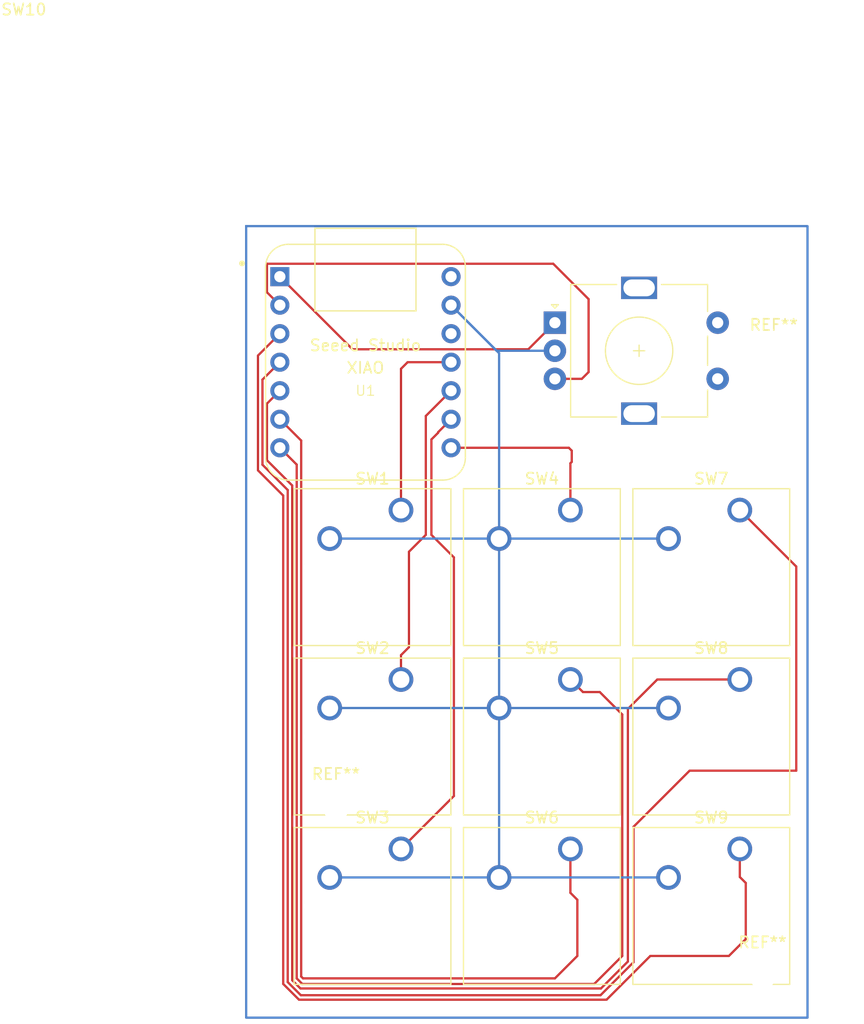
<source format=kicad_pcb>
(kicad_pcb (version 20240108) (generator "pcbnew") (generator_version "8.0")
  (layers (0 "F.Cu" signal) (31 "B.Cu" signal) (34 "B.Paste" user) (35 "F.Paste" user) (36 "B.SilkS" user "B.Silkscreen") (37 "F.SilkS" user "F.Silkscreen") (38 "B.Mask" user) (39 "F.Mask" user) (44 "Edge.Cuts" user))
  (net 0 "")
  (net 1 "Net-(SW1-Pad2)")
  (net 2 "Net-(U1-PA6_A10_D10_MOSI)")
  (net 3 "Net-(U1-PA5_A9_D9_MISO)")
  (net 4 "Net-(U1-PA7_A8_D8_SCK)")
  (net 7 "Net-(U1-PA9_A5_D5_SCL)")
  (net 8 "Net-(U1-PA10_A2_D2)")
  (net 9 "Net-(U1-PA11_A3_D3)")
  (net 10 "Net-(U1-PB08_A6_D6_TX)")
  (net 11 "Net-(U1-PB09_A7_D7_RX)")
  (net 12 "Net-(U1-PA8_A4_D4_SDA)")
  (net 13 "Net-(U1-PA02_A0_D0)")
  (net 14 "Net-(U1-PA4_A1_D1)")
  (footprint "Button_Switch_Keyboard:SW_Cherry_MX_1.00u_PCB" (layer "F.Cu") (at 122.79 75.29)
    (property "Reference" "SW1" (at -2.54 -2.794 0) (layer "F.SilkS"))
    (property "Value" "SW_Push")
    (fp_line (start -9.525 -1.905) (end 4.445 -1.905) (stroke (width 0.12)) (layer "F.SilkS"))
    (fp_line (start -9.525 12.065) (end -9.525 -1.905) (stroke (width 0.12)) (layer "F.SilkS"))
    (fp_line (start 4.445 -1.905) (end 4.445 12.065) (stroke (width 0.12)) (layer "F.SilkS"))
    (fp_line (start 4.445 12.065) (end -9.525 12.065) (stroke (width 0.12)) (layer "F.SilkS"))
    (pad "" np_thru_hole circle (at -7.62 5.08) (size 1.7 1.7) (drill 1.7) (layers "*.Cu" "*.Mask"))
    (pad "" np_thru_hole circle (at -2.54 5.08) (size 4 4) (drill 4) (layers "*.Cu" "*.Mask"))
    (pad "" np_thru_hole circle (at 2.54 5.08) (size 1.7 1.7) (drill 1.7) (layers "*.Cu" "*.Mask"))
    (pad "1" thru_hole circle (at 0 0) (size 2.2 2.2) (drill 1.5) (layers "*.Cu" "*.Mask") (net 2 "Net-(U1-PA6_A10_D10_MOSI)"))
    (pad "2" thru_hole circle (at -6.35 2.54) (size 2.2 2.2) (drill 1.5) (layers "*.Cu" "*.Mask") (net 1 "Net-(SW1-Pad2)"))
  )
  (footprint "Button_Switch_Keyboard:SW_Cherry_MX_1.00u_PCB" (layer "F.Cu") (at 152.97 105.47)
    (property "Reference" "SW9" (at -2.54 -2.794 0) (layer "F.SilkS"))
    (property "Value" "SW_Push")
    (fp_line (start -9.525 -1.905) (end 4.445 -1.905) (stroke (width 0.12)) (layer "F.SilkS"))
    (fp_line (start -9.525 12.065) (end -9.525 -1.905) (stroke (width 0.12)) (layer "F.SilkS"))
    (fp_line (start 4.445 -1.905) (end 4.445 12.065) (stroke (width 0.12)) (layer "F.SilkS"))
    (fp_line (start 4.445 12.065) (end -9.525 12.065) (stroke (width 0.12)) (layer "F.SilkS"))
    (pad "" np_thru_hole circle (at -7.62 5.08) (size 1.7 1.7) (drill 1.7) (layers "*.Cu" "*.Mask"))
    (pad "" np_thru_hole circle (at -2.54 5.08) (size 4 4) (drill 4) (layers "*.Cu" "*.Mask"))
    (pad "" np_thru_hole circle (at 2.54 5.08) (size 1.7 1.7) (drill 1.7) (layers "*.Cu" "*.Mask"))
    (pad "1" thru_hole circle (at 0 0) (size 2.2 2.2) (drill 1.5) (layers "*.Cu" "*.Mask") (net 8 "Net-(U1-PA10_A2_D2)"))
    (pad "2" thru_hole circle (at -6.35 2.54) (size 2.2 2.2) (drill 1.5) (layers "*.Cu" "*.Mask") (net 1 "Net-(SW1-Pad2)"))
  )
  (footprint "Button_Switch_Keyboard:SW_Cherry_MX_1.00u_PCB" (layer "F.Cu") (at 137.88 75.29)
    (property "Reference" "SW4" (at -2.54 -2.794 0) (layer "F.SilkS"))
    (property "Value" "SW_Push")
    (fp_line (start -9.525 -1.905) (end 4.445 -1.905) (stroke (width 0.12)) (layer "F.SilkS"))
    (fp_line (start -9.525 12.065) (end -9.525 -1.905) (stroke (width 0.12)) (layer "F.SilkS"))
    (fp_line (start 4.445 -1.905) (end 4.445 12.065) (stroke (width 0.12)) (layer "F.SilkS"))
    (fp_line (start 4.445 12.065) (end -9.525 12.065) (stroke (width 0.12)) (layer "F.SilkS"))
    (pad "" np_thru_hole circle (at -7.62 5.08) (size 1.7 1.7) (drill 1.7) (layers "*.Cu" "*.Mask"))
    (pad "" np_thru_hole circle (at -2.54 5.08) (size 4 4) (drill 4) (layers "*.Cu" "*.Mask"))
    (pad "" np_thru_hole circle (at 2.54 5.08) (size 1.7 1.7) (drill 1.7) (layers "*.Cu" "*.Mask"))
    (pad "1" thru_hole circle (at 0 0) (size 2.2 2.2) (drill 1.5) (layers "*.Cu" "*.Mask") (net 11 "Net-(U1-PB09_A7_D7_RX)"))
    (pad "2" thru_hole circle (at -6.35 2.54) (size 2.2 2.2) (drill 1.5) (layers "*.Cu" "*.Mask") (net 1 "Net-(SW1-Pad2)"))
  )
  (footprint "Button_Switch_Keyboard:SW_Cherry_MX_1.00u_PCB" (layer "F.Cu") (at 137.88 90.38)
    (property "Reference" "SW5" (at -2.54 -2.794 0) (layer "F.SilkS"))
    (property "Value" "SW_Push")
    (fp_line (start -9.525 -1.905) (end 4.445 -1.905) (stroke (width 0.12)) (layer "F.SilkS"))
    (fp_line (start -9.525 12.065) (end -9.525 -1.905) (stroke (width 0.12)) (layer "F.SilkS"))
    (fp_line (start 4.445 -1.905) (end 4.445 12.065) (stroke (width 0.12)) (layer "F.SilkS"))
    (fp_line (start 4.445 12.065) (end -9.525 12.065) (stroke (width 0.12)) (layer "F.SilkS"))
    (pad "" np_thru_hole circle (at -7.62 5.08) (size 1.7 1.7) (drill 1.7) (layers "*.Cu" "*.Mask"))
    (pad "" np_thru_hole circle (at -2.54 5.08) (size 4 4) (drill 4) (layers "*.Cu" "*.Mask"))
    (pad "" np_thru_hole circle (at 2.54 5.08) (size 1.7 1.7) (drill 1.7) (layers "*.Cu" "*.Mask"))
    (pad "1" thru_hole circle (at 0 0) (size 2.2 2.2) (drill 1.5) (layers "*.Cu" "*.Mask") (net 10 "Net-(U1-PB08_A6_D6_TX)"))
    (pad "2" thru_hole circle (at -6.35 2.54) (size 2.2 2.2) (drill 1.5) (layers "*.Cu" "*.Mask") (net 1 "Net-(SW1-Pad2)"))
  )
  (footprint "Seeed Studio XIAO Series Library:XIAO-Generic-Thruhole-14P-2.54-21X17.8MM" (layer "F.Cu") (at 119.625 62.12)
    (property "Reference" "U1" (at 0 2.54 0) (layer "F.SilkS") (effects (font (size 0.889 0.889) (thickness 0.1016))))
    (property "Value" "Seeed Studio XIAO SAMD21" (hide yes))
    (fp_line (start -8.9 -8.5) (end -8.9 8.5) (stroke (width 0.127)) (layer "F.SilkS"))
    (fp_line (start -6.9 10.5) (end 6.9 10.5) (stroke (width 0.127)) (layer "F.SilkS"))
    (fp_line (start -4.5 -11.92403) (end 4.5 -11.92403) (stroke (width 0.127)) (layer "F.SilkS"))
    (fp_line (start -4.5 -4.57073) (end -4.5 -11.92403) (stroke (width 0.127)) (layer "F.SilkS"))
    (fp_line (start 4.5 -11.92403) (end 4.5 -4.57073) (stroke (width 0.127)) (layer "F.SilkS"))
    (fp_line (start 4.5 -4.57073) (end -4.5 -4.57073) (stroke (width 0.127)) (layer "F.SilkS"))
    (fp_line (start 6.9 -10.49909) (end -6.9 -10.49909) (stroke (width 0.127)) (layer "F.SilkS"))
    (fp_line (start 8.9 8.5) (end 8.9 -8.5) (stroke (width 0.127)) (layer "F.SilkS"))
    (fp_arc (start -8.9 -8.5) (mid -8.301491 -9.901491) (end -6.9 -10.5) (stroke (width 0.12)) (layer "F.SilkS"))
    (fp_arc (start -6.9 10.5) (mid -8.301423 9.901423) (end -8.9 8.5) (stroke (width 0.12)) (layer "F.SilkS"))
    (fp_arc (start 6.9 -10.5) (mid 8.301492 -9.901492) (end 8.9 -8.5) (stroke (width 0.12)) (layer "F.SilkS"))
    (fp_arc (start 8.9 8.5) (mid 8.314214 9.914214) (end 6.9 10.5) (stroke (width 0.12)) (layer "F.SilkS"))
    (fp_circle (center -11 -8.8) (end -11 -9.054) (fill solid) (layer "F.SilkS"))
    (fp_poly (pts (xy -8.887715 -8.561705) (xy -8.884667 -8.610473) (xy -8.880603 -8.659494)) (stroke (width 0.0254)) (fill none) (layer "F.SilkS"))
    (fp_poly (pts (xy 8.889492 8.521574) (xy 8.887713 8.57085) (xy 8.884665 8.619618) (xy 8.880601 8.668639) (xy 8.875268 8.717407) (xy 8.868664 8.766175) (xy 8.861044 8.81469) (xy 8.852153 8.86295) (xy 8.842248 8.910955)) (stroke (width 0.0254)) (fill none) (layer "F.SilkS"))
    (fp_text user "Seeed Studio" (at 0 -1.5 0) (layer "F.SilkS"))
    (fp_text user "XIAO" (at 0 0.5 0) (layer "F.SilkS"))
    (pad "1" thru_hole rect (at -7.625 -7.62) (size 1.7 1.7) (drill 1) (layers "*.Cu" "*.Mask") (net 13 "Net-(U1-PA02_A0_D0)"))
    (pad "2" thru_hole circle (at -7.625 -5.08) (size 1.7 1.7) (drill 1) (layers "*.Cu" "*.Mask") (net 14 "Net-(U1-PA4_A1_D1)"))
    (pad "3" thru_hole circle (at -7.625 -2.54) (size 1.7 1.7) (drill 1) (layers "*.Cu" "*.Mask") (net 8 "Net-(U1-PA10_A2_D2)"))
    (pad "4" thru_hole circle (at -7.625 0) (size 1.7 1.7) (drill 1) (layers "*.Cu" "*.Mask") (net 9 "Net-(U1-PA11_A3_D3)"))
    (pad "5" thru_hole circle (at -7.625 2.54) (size 1.7 1.7) (drill 1) (layers "*.Cu" "*.Mask") (net 12 "Net-(U1-PA8_A4_D4_SDA)"))
    (pad "6" thru_hole circle (at -7.625 5.08 180) (size 1.7 1.7) (drill 1) (layers "*.Cu" "*.Mask") (net 7 "Net-(U1-PA9_A5_D5_SCL)"))
    (pad "7" thru_hole circle (at -7.625 7.62) (size 1.7 1.7) (drill 1) (layers "*.Cu" "*.Mask") (net 10 "Net-(U1-PB08_A6_D6_TX)"))
    (pad "8" thru_hole circle (at 7.625 7.62) (size 1.7 1.7) (drill 1) (layers "*.Cu" "*.Mask") (net 11 "Net-(U1-PB09_A7_D7_RX)"))
    (pad "9" thru_hole circle (at 7.625 5.08) (size 1.7 1.7) (drill 1) (layers "*.Cu" "*.Mask") (net 4 "Net-(U1-PA7_A8_D8_SCK)"))
    (pad "10" thru_hole circle (at 7.625 2.54) (size 1.7 1.7) (drill 1) (layers "*.Cu" "*.Mask") (net 3 "Net-(U1-PA5_A9_D9_MISO)"))
    (pad "11" thru_hole circle (at 7.625 0) (size 1.7 1.7) (drill 1) (layers "*.Cu" "*.Mask") (net 2 "Net-(U1-PA6_A10_D10_MOSI)"))
    (pad "12" thru_hole circle (at 7.625 -2.54) (size 1.7 1.7) (drill 1) (layers "*.Cu" "*.Mask"))
    (pad "13" thru_hole circle (at 7.625 -5.08) (size 1.7 1.7) (drill 1) (layers "*.Cu" "*.Mask") (net 1 "Net-(SW1-Pad2)"))
    (pad "14" thru_hole circle (at 7.625 -7.62) (size 1.7 1.7) (drill 1) (layers "*.Cu" "*.Mask"))
  )
  (footprint "Rotary_Encoder:RotaryEncoder_Alps_EC11E-Switch_Vertical_H20mm" (layer "F.Cu") (at 136.5 58.6)
    (property "Reference" "SW10" (at -47.304 -27.89253 0) (layer "F.SilkS"))
    (property "Value" "RotaryEncoder")
    (fp_line (start -0.3 -1.6) (end 0.3 -1.6) (stroke (width 0.12)) (layer "F.SilkS"))
    (fp_line (start 0 -1.3) (end -0.3 -1.6) (stroke (width 0.12)) (layer "F.SilkS"))
    (fp_line (start 0.3 -1.6) (end 0 -1.3) (stroke (width 0.12)) (layer "F.SilkS"))
    (fp_line (start 1.4 -3.4) (end 1.4 8.4) (stroke (width 0.12)) (layer "F.SilkS"))
    (fp_line (start 5.5 -3.4) (end 1.4 -3.4) (stroke (width 0.12)) (layer "F.SilkS"))
    (fp_line (start 5.5 8.4) (end 1.4 8.4) (stroke (width 0.12)) (layer "F.SilkS"))
    (fp_line (start 7 2.5) (end 8 2.5) (stroke (width 0.12)) (layer "F.SilkS"))
    (fp_line (start 7.5 2) (end 7.5 3) (stroke (width 0.12)) (layer "F.SilkS"))
    (fp_line (start 9.5 -3.4) (end 13.6 -3.4) (stroke (width 0.12)) (layer "F.SilkS"))
    (fp_line (start 13.6 -3.4) (end 13.6 -1) (stroke (width 0.12)) (layer "F.SilkS"))
    (fp_line (start 13.6 1.2) (end 13.6 3.8) (stroke (width 0.12)) (layer "F.SilkS"))
    (fp_line (start 13.6 6) (end 13.6 8.4) (stroke (width 0.12)) (layer "F.SilkS"))
    (fp_line (start 13.6 8.4) (end 9.5 8.4) (stroke (width 0.12)) (layer "F.SilkS"))
    (fp_circle (center 7.5 2.5) (end 10.5 2.5) (stroke (width 0.12)) (fill none) (layer "F.SilkS"))
    (pad "A" thru_hole rect (at 0 0) (size 2 2) (drill 1) (layers "*.Cu" "*.Mask") (net 13 "Net-(U1-PA02_A0_D0)"))
    (pad "B" thru_hole circle (at 0 5) (size 2 2) (drill 1) (layers "*.Cu" "*.Mask") (net 14 "Net-(U1-PA4_A1_D1)"))
    (pad "C" thru_hole circle (at 0 2.5) (size 2 2) (drill 1) (layers "*.Cu" "*.Mask") (net 1 "Net-(SW1-Pad2)"))
    (pad "MP" thru_hole rect (at 7.5 -3.1) (size 3.2 2) (drill oval 2.8 1.5) (layers "*.Cu" "*.Mask"))
    (pad "MP" thru_hole rect (at 7.5 8.1) (size 3.2 2) (drill oval 2.8 1.5) (layers "*.Cu" "*.Mask"))
    (pad "S1" thru_hole circle (at 14.5 5) (size 2 2) (drill 1) (layers "*.Cu" "*.Mask"))
    (pad "S2" thru_hole circle (at 14.5 0) (size 2 2) (drill 1) (layers "*.Cu" "*.Mask"))
  )
  (footprint "MountingHole:MountingHole_2.1mm" (layer "F.Cu") (at 155 117)
    (property "Reference" "REF**" (at 0 -3.2 0) (layer "F.SilkS"))
    (property "Value" "MountingHole_2.1mm")
    (pad "" np_thru_hole circle (at 0 0) (size 2.1 2.1) (drill 2.1) (layers "*.Cu" "*.Mask"))
  )
  (footprint "Button_Switch_Keyboard:SW_Cherry_MX_1.00u_PCB" (layer "F.Cu") (at 137.88 105.47)
    (property "Reference" "SW6" (at -2.54 -2.794 0) (layer "F.SilkS"))
    (property "Value" "SW_Push")
    (fp_line (start -9.525 -1.905) (end 4.445 -1.905) (stroke (width 0.12)) (layer "F.SilkS"))
    (fp_line (start -9.525 12.065) (end -9.525 -1.905) (stroke (width 0.12)) (layer "F.SilkS"))
    (fp_line (start 4.445 -1.905) (end 4.445 12.065) (stroke (width 0.12)) (layer "F.SilkS"))
    (fp_line (start 4.445 12.065) (end -9.525 12.065) (stroke (width 0.12)) (layer "F.SilkS"))
    (pad "" np_thru_hole circle (at -7.62 5.08) (size 1.7 1.7) (drill 1.7) (layers "*.Cu" "*.Mask"))
    (pad "" np_thru_hole circle (at -2.54 5.08) (size 4 4) (drill 4) (layers "*.Cu" "*.Mask"))
    (pad "" np_thru_hole circle (at 2.54 5.08) (size 1.7 1.7) (drill 1.7) (layers "*.Cu" "*.Mask"))
    (pad "1" thru_hole circle (at 0 0) (size 2.2 2.2) (drill 1.5) (layers "*.Cu" "*.Mask") (net 7 "Net-(U1-PA9_A5_D5_SCL)"))
    (pad "2" thru_hole circle (at -6.35 2.54) (size 2.2 2.2) (drill 1.5) (layers "*.Cu" "*.Mask") (net 1 "Net-(SW1-Pad2)"))
  )
  (footprint "MountingHole:MountingHole_2.1mm" (layer "F.Cu") (at 156 62)
    (property "Reference" "REF**" (at 0 -3.2 0) (layer "F.SilkS"))
    (property "Value" "MountingHole_2.1mm")
    (pad "" np_thru_hole circle (at 0 0) (size 2.1 2.1) (drill 2.1) (layers "*.Cu" "*.Mask"))
  )
  (footprint "Button_Switch_Keyboard:SW_Cherry_MX_1.00u_PCB" (layer "F.Cu") (at 122.79 105.47)
    (property "Reference" "SW3" (at -2.54 -2.794 0) (layer "F.SilkS"))
    (property "Value" "SW_Push")
    (fp_line (start -9.525 -1.905) (end 4.445 -1.905) (stroke (width 0.12)) (layer "F.SilkS"))
    (fp_line (start -9.525 12.065) (end -9.525 -1.905) (stroke (width 0.12)) (layer "F.SilkS"))
    (fp_line (start 4.445 -1.905) (end 4.445 12.065) (stroke (width 0.12)) (layer "F.SilkS"))
    (fp_line (start 4.445 12.065) (end -9.525 12.065) (stroke (width 0.12)) (layer "F.SilkS"))
    (pad "" np_thru_hole circle (at -7.62 5.08) (size 1.7 1.7) (drill 1.7) (layers "*.Cu" "*.Mask"))
    (pad "" np_thru_hole circle (at -2.54 5.08) (size 4 4) (drill 4) (layers "*.Cu" "*.Mask"))
    (pad "" np_thru_hole circle (at 2.54 5.08) (size 1.7 1.7) (drill 1.7) (layers "*.Cu" "*.Mask"))
    (pad "1" thru_hole circle (at 0 0) (size 2.2 2.2) (drill 1.5) (layers "*.Cu" "*.Mask") (net 4 "Net-(U1-PA7_A8_D8_SCK)"))
    (pad "2" thru_hole circle (at -6.35 2.54) (size 2.2 2.2) (drill 1.5) (layers "*.Cu" "*.Mask") (net 1 "Net-(SW1-Pad2)"))
  )
  (footprint "Button_Switch_Keyboard:SW_Cherry_MX_1.00u_PCB" (layer "F.Cu") (at 122.79 90.38)
    (property "Reference" "SW2" (at -2.54 -2.794 0) (layer "F.SilkS"))
    (property "Value" "SW_Push")
    (fp_line (start -9.525 -1.905) (end 4.445 -1.905) (stroke (width 0.12)) (layer "F.SilkS"))
    (fp_line (start -9.525 12.065) (end -9.525 -1.905) (stroke (width 0.12)) (layer "F.SilkS"))
    (fp_line (start 4.445 -1.905) (end 4.445 12.065) (stroke (width 0.12)) (layer "F.SilkS"))
    (fp_line (start 4.445 12.065) (end -9.525 12.065) (stroke (width 0.12)) (layer "F.SilkS"))
    (pad "" np_thru_hole circle (at -7.62 5.08) (size 1.7 1.7) (drill 1.7) (layers "*.Cu" "*.Mask"))
    (pad "" np_thru_hole circle (at -2.54 5.08) (size 4 4) (drill 4) (layers "*.Cu" "*.Mask"))
    (pad "" np_thru_hole circle (at 2.54 5.08) (size 1.7 1.7) (drill 1.7) (layers "*.Cu" "*.Mask"))
    (pad "1" thru_hole circle (at 0 0) (size 2.2 2.2) (drill 1.5) (layers "*.Cu" "*.Mask") (net 3 "Net-(U1-PA5_A9_D9_MISO)"))
    (pad "2" thru_hole circle (at -6.35 2.54) (size 2.2 2.2) (drill 1.5) (layers "*.Cu" "*.Mask") (net 1 "Net-(SW1-Pad2)"))
  )
  (footprint "Button_Switch_Keyboard:SW_Cherry_MX_1.00u_PCB" (layer "F.Cu") (at 152.97 90.38)
    (property "Reference" "SW8" (at -2.54 -2.794 0) (layer "F.SilkS"))
    (property "Value" "SW_Push")
    (fp_line (start -9.525 -1.905) (end 4.445 -1.905) (stroke (width 0.12)) (layer "F.SilkS"))
    (fp_line (start -9.525 12.065) (end -9.525 -1.905) (stroke (width 0.12)) (layer "F.SilkS"))
    (fp_line (start 4.445 -1.905) (end 4.445 12.065) (stroke (width 0.12)) (layer "F.SilkS"))
    (fp_line (start 4.445 12.065) (end -9.525 12.065) (stroke (width 0.12)) (layer "F.SilkS"))
    (pad "" np_thru_hole circle (at -7.62 5.08) (size 1.7 1.7) (drill 1.7) (layers "*.Cu" "*.Mask"))
    (pad "" np_thru_hole circle (at -2.54 5.08) (size 4 4) (drill 4) (layers "*.Cu" "*.Mask"))
    (pad "" np_thru_hole circle (at 2.54 5.08) (size 1.7 1.7) (drill 1.7) (layers "*.Cu" "*.Mask"))
    (pad "1" thru_hole circle (at 0 0) (size 2.2 2.2) (drill 1.5) (layers "*.Cu" "*.Mask") (net 12 "Net-(U1-PA8_A4_D4_SDA)"))
    (pad "2" thru_hole circle (at -6.35 2.54) (size 2.2 2.2) (drill 1.5) (layers "*.Cu" "*.Mask") (net 1 "Net-(SW1-Pad2)"))
  )
  (footprint "Button_Switch_Keyboard:SW_Cherry_MX_1.00u_PCB" (layer "F.Cu") (at 152.97 75.29)
    (property "Reference" "SW7" (at -2.54 -2.794 0) (layer "F.SilkS"))
    (property "Value" "SW_Push")
    (fp_line (start -9.525 -1.905) (end 4.445 -1.905) (stroke (width 0.12)) (layer "F.SilkS"))
    (fp_line (start -9.525 12.065) (end -9.525 -1.905) (stroke (width 0.12)) (layer "F.SilkS"))
    (fp_line (start 4.445 -1.905) (end 4.445 12.065) (stroke (width 0.12)) (layer "F.SilkS"))
    (fp_line (start 4.445 12.065) (end -9.525 12.065) (stroke (width 0.12)) (layer "F.SilkS"))
    (pad "" np_thru_hole circle (at -7.62 5.08) (size 1.7 1.7) (drill 1.7) (layers "*.Cu" "*.Mask"))
    (pad "" np_thru_hole circle (at -2.54 5.08) (size 4 4) (drill 4) (layers "*.Cu" "*.Mask"))
    (pad "" np_thru_hole circle (at 2.54 5.08) (size 1.7 1.7) (drill 1.7) (layers "*.Cu" "*.Mask"))
    (pad "1" thru_hole circle (at 0 0) (size 2.2 2.2) (drill 1.5) (layers "*.Cu" "*.Mask") (net 9 "Net-(U1-PA11_A3_D3)"))
    (pad "2" thru_hole circle (at -6.35 2.54) (size 2.2 2.2) (drill 1.5) (layers "*.Cu" "*.Mask") (net 1 "Net-(SW1-Pad2)"))
  )
  (footprint "MountingHole:MountingHole_2.1mm" (layer "F.Cu") (at 117 102)
    (property "Reference" "REF**" (at 0 -3.2 0) (layer "F.SilkS"))
    (property "Value" "MountingHole_2.1mm")
    (pad "" np_thru_hole circle (at 0 0) (size 2.1 2.1) (drill 2.1) (layers "*.Cu" "*.Mask"))
  )
  (gr_rect (start 109 50) (end 159 120.5) (stroke (width 0.2)) (fill none) (layer "B.Cu"))
  (segment (start 131.53 77.83) (end 146.62 77.83) (width 0.2) (layer "B.Cu") (net 1))
  (segment (start 131.53 92.92) (end 116.44 92.92) (width 0.2) (layer "B.Cu") (net 1))
  (segment (start 131.53 92.92) (end 131.53 108.01) (width 0.2) (layer "B.Cu") (net 1))
  (segment (start 127.25 57.04) (end 131.53 61.32) (width 0.2) (layer "B.Cu") (net 1))
  (segment (start 131.31 61.1) (end 136.5 61.1) (width 0.2) (layer "B.Cu") (net 1))
  (segment (start 131.53 108.01) (end 116.44 108.01) (width 0.2) (layer "B.Cu") (net 1))
  (segment (start 131.53 92.92) (end 146.62 92.92) (width 0.2) (layer "B.Cu") (net 1))
  (segment (start 131.53 61.32) (end 131.53 77.83) (width 0.2) (layer "B.Cu") (net 1))
  (segment (start 131.53 77.83) (end 116.44 77.83) (width 0.2) (layer "B.Cu") (net 1))
  (segment (start 131.53 77.83) (end 131.53 92.92) (width 0.2) (layer "B.Cu") (net 1))
  (segment (start 131.53 108.01) (end 146.62 108.01) (width 0.2) (layer "B.Cu") (net 1))
  (segment (start 127.25 57.04) (end 131.31 61.1) (width 0.2) (layer "B.Cu") (net 1))
  (segment (start 122.79 62.71) (end 122.79 75.29) (width 0.2) (layer "F.Cu") (net 2))
  (segment (start 127.25 62.12) (end 123.38 62.12) (width 0.2) (layer "F.Cu") (net 2))
  (segment (start 123.38 62.12) (end 122.79 62.71) (width 0.2) (layer "F.Cu") (net 2))
  (segment (start 125 77.5) (end 123.5 79) (width 0.2) (layer "F.Cu") (net 3))
  (segment (start 127.25 64.66) (end 125 66.91) (width 0.2) (layer "F.Cu") (net 3))
  (segment (start 122.79 88.21) (end 122.79 90.38) (width 0.2) (layer "F.Cu") (net 3))
  (segment (start 123.5 87.5) (end 122.79 88.21) (width 0.2) (layer "F.Cu") (net 3))
  (segment (start 125 66.91) (end 125 77.5) (width 0.2) (layer "F.Cu") (net 3))
  (segment (start 123.5 79) (end 123.5 87.5) (width 0.2) (layer "F.Cu") (net 3))
  (segment (start 127.5 79.5) (end 127.5 100.76) (width 0.2) (layer "F.Cu") (net 4))
  (segment (start 125.5 69) (end 125.5 77.5) (width 0.2) (layer "F.Cu") (net 4))
  (segment (start 125.5 77.5) (end 127.5 79.5) (width 0.2) (layer "F.Cu") (net 4))
  (segment (start 126.1 68.4) (end 125.5 69) (width 0.2) (layer "F.Cu") (net 4))
  (segment (start 127.25 67.2) (end 126.1 68.35) (width 0.2) (layer "F.Cu") (net 4))
  (segment (start 126.1 68.35) (end 126.1 68.4) (width 0.2) (layer "F.Cu") (net 4))
  (segment (start 127.5 100.76) (end 122.79 105.47) (width 0.2) (layer "F.Cu") (net 4))
  (segment (start 113.9 116.834314) (end 114.065686 117) (width 0.2) (layer "F.Cu") (net 7))
  (segment (start 114.065686 117) (end 136.5 117) (width 0.2) (layer "F.Cu") (net 7))
  (segment (start 112 67.2) (end 113.9 69.1) (width 0.2) (layer "F.Cu") (net 7))
  (segment (start 138.5 110) (end 137.88 109.38) (width 0.2) (layer "F.Cu") (net 7))
  (segment (start 136.5 117) (end 138.5 115) (width 0.2) (layer "F.Cu") (net 7))
  (segment (start 137.88 109.38) (end 137.88 105.47) (width 0.2) (layer "F.Cu") (net 7))
  (segment (start 113.9 69.1) (end 113.9 116.834314) (width 0.2) (layer "F.Cu") (net 7))
  (segment (start 138.5 115) (end 138.5 110) (width 0.2) (layer "F.Cu") (net 7))
  (segment (start 113.702942 118.9) (end 141.1 118.9) (width 0.2) (layer "F.Cu") (net 8))
  (segment (start 112 59.58) (end 110.05 61.53) (width 0.2) (layer "F.Cu") (net 8))
  (segment (start 112.3 74) (end 112.3 117.497058) (width 0.2) (layer "F.Cu") (net 8))
  (segment (start 145 115) (end 152 115) (width 0.2) (layer "F.Cu") (net 8))
  (segment (start 152.97 107.97) (end 152.97 105.47) (width 0.2) (layer "F.Cu") (net 8))
  (segment (start 153.5 113.5) (end 153.5 108.5) (width 0.2) (layer "F.Cu") (net 8))
  (segment (start 153.5 108.5) (end 152.97 107.97) (width 0.2) (layer "F.Cu") (net 8))
  (segment (start 112.3 117.497058) (end 113.702942 118.9) (width 0.2) (layer "F.Cu") (net 8))
  (segment (start 141.1 118.9) (end 145 115) (width 0.2) (layer "F.Cu") (net 8))
  (segment (start 110.05 61.53) (end 110.05 71.75) (width 0.2) (layer "F.Cu") (net 8))
  (segment (start 152 115) (end 153.5 113.5) (width 0.2) (layer "F.Cu") (net 8))
  (segment (start 110.05 71.75) (end 112.3 74) (width 0.2) (layer "F.Cu") (net 8))
  (segment (start 143.5 103.5) (end 148.5 98.5) (width 0.2) (layer "F.Cu") (net 9))
  (segment (start 143.5 115.565686) (end 143.5 103.5) (width 0.2) (layer "F.Cu") (net 9))
  (segment (start 148.5 98.5) (end 158 98.5) (width 0.2) (layer "F.Cu") (net 9))
  (segment (start 110.45 71.25) (end 112.7 73.5) (width 0.2) (layer "F.Cu") (net 9))
  (segment (start 113.868628 118.5) (end 140.565686 118.5) (width 0.2) (layer "F.Cu") (net 9))
  (segment (start 140.565686 118.5) (end 143.5 115.565686) (width 0.2) (layer "F.Cu") (net 9))
  (segment (start 158 98.5) (end 158 80.32) (width 0.2) (layer "F.Cu") (net 9))
  (segment (start 112 62.12) (end 110.45 63.67) (width 0.2) (layer "F.Cu") (net 9))
  (segment (start 110.45 63.67) (end 110.45 71.25) (width 0.2) (layer "F.Cu") (net 9))
  (segment (start 112.7 73.5) (end 112.7 117.331372) (width 0.2) (layer "F.Cu") (net 9))
  (segment (start 158 80.32) (end 152.97 75.29) (width 0.2) (layer "F.Cu") (net 9))
  (segment (start 112.7 117.331372) (end 113.868628 118.5) (width 0.2) (layer "F.Cu") (net 9))
  (segment (start 140 117.5) (end 142.5 115) (width 0.2) (layer "F.Cu") (net 10))
  (segment (start 142.5 93.5) (end 140.5 91.5) (width 0.2) (layer "F.Cu") (net 10))
  (segment (start 140.5 91.5) (end 139 91.5) (width 0.2) (layer "F.Cu") (net 10))
  (segment (start 139 91.5) (end 137.88 90.38) (width 0.2) (layer "F.Cu") (net 10))
  (segment (start 113.5 117) (end 114 117.5) (width 0.2) (layer "F.Cu") (net 10))
  (segment (start 142.5 115) (end 142.5 93.5) (width 0.2) (layer "F.Cu") (net 10))
  (segment (start 114 117.5) (end 140 117.5) (width 0.2) (layer "F.Cu") (net 10))
  (segment (start 113.5 71.24) (end 113.5 117) (width 0.2) (layer "F.Cu") (net 10))
  (segment (start 112 69.74) (end 113.5 71.24) (width 0.2) (layer "F.Cu") (net 10))
  (segment (start 137.88 71.12) (end 137.88 75.29) (width 0.2) (layer "F.Cu") (net 11))
  (segment (start 127.25 69.74) (end 137.74 69.74) (width 0.2) (layer "F.Cu") (net 11))
  (segment (start 137.74 69.74) (end 138 70) (width 0.2) (layer "F.Cu") (net 11))
  (segment (start 138 71) (end 137.88 71.12) (width 0.2) (layer "F.Cu") (net 11))
  (segment (start 138 70) (end 138 71) (width 0.2) (layer "F.Cu") (net 11))
  (segment (start 113.1 73.1) (end 113.1 117.165686) (width 0.2) (layer "F.Cu") (net 12))
  (segment (start 110.85 65.81) (end 110.85 70.85) (width 0.2) (layer "F.Cu") (net 12))
  (segment (start 113.1 117.165686) (end 113.834314 117.9) (width 0.2) (layer "F.Cu") (net 12))
  (segment (start 113.834314 117.9) (end 140.6 117.9) (width 0.2) (layer "F.Cu") (net 12))
  (segment (start 145.62 90.38) (end 152.97 90.38) (width 0.2) (layer "F.Cu") (net 12))
  (segment (start 140.6 117.9) (end 143 115.5) (width 0.2) (layer "F.Cu") (net 12))
  (segment (start 110.85 70.85) (end 113.1 73.1) (width 0.2) (layer "F.Cu") (net 12))
  (segment (start 143 115.5) (end 143 93) (width 0.2) (layer "F.Cu") (net 12))
  (segment (start 112 64.66) (end 110.85 65.81) (width 0.2) (layer "F.Cu") (net 12))
  (segment (start 143 93) (end 145.62 90.38) (width 0.2) (layer "F.Cu") (net 12))
  (segment (start 112 54.5) (end 118.47 60.97) (width 0.2) (layer "F.Cu") (net 13))
  (segment (start 118.47 60.97) (end 134.13 60.97) (width 0.2) (layer "F.Cu") (net 13))
  (segment (start 134.13 60.97) (end 136.5 58.6) (width 0.2) (layer "F.Cu") (net 13))
  (segment (start 136.35 53.35) (end 139.5 56.5) (width 0.2) (layer "F.Cu") (net 14))
  (segment (start 112 57.04) (end 110.85 55.89) (width 0.2) (layer "F.Cu") (net 14))
  (segment (start 110.85 55.89) (end 110.85 53.35) (width 0.2) (layer "F.Cu") (net 14))
  (segment (start 138.9 63.6) (end 136.5 63.6) (width 0.2) (layer "F.Cu") (net 14))
  (segment (start 139.5 63) (end 138.9 63.6) (width 0.2) (layer "F.Cu") (net 14))
  (segment (start 110.85 53.35) (end 136.35 53.35) (width 0.2) (layer "F.Cu") (net 14))
  (segment (start 139.5 56.5) (end 139.5 63) (width 0.2) (layer "F.Cu") (net 14))
)
</source>
